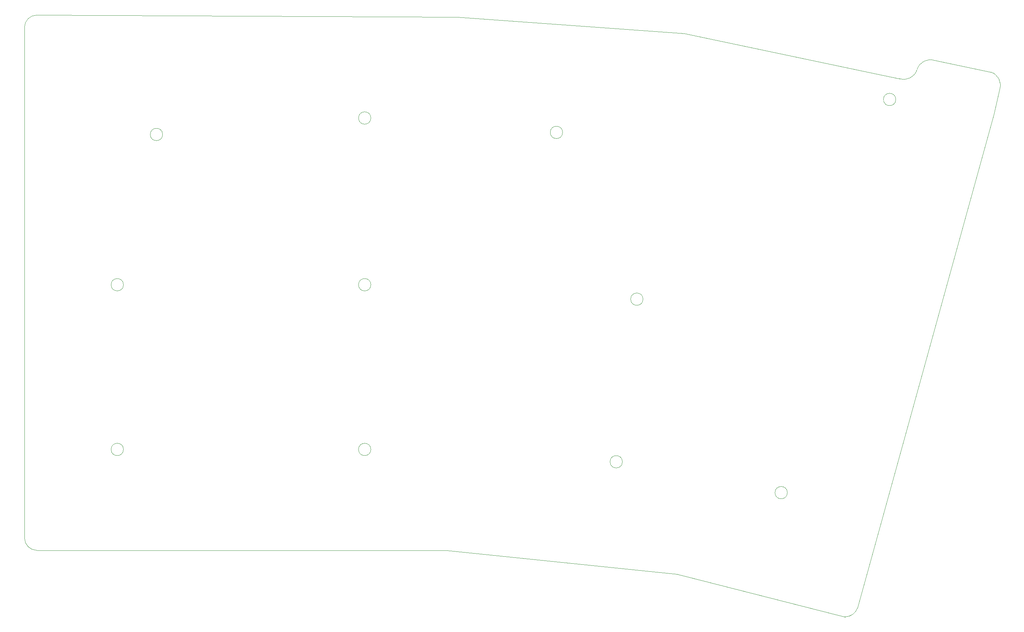
<source format=gbr>
%TF.GenerationSoftware,KiCad,Pcbnew,9.0.2*%
%TF.CreationDate,2025-07-31T22:52:32+02:00*%
%TF.ProjectId,multiboard_LEFT,6d756c74-6962-46f6-9172-645f4c454654,1.0*%
%TF.SameCoordinates,Original*%
%TF.FileFunction,Profile,NP*%
%FSLAX46Y46*%
G04 Gerber Fmt 4.6, Leading zero omitted, Abs format (unit mm)*
G04 Created by KiCad (PCBNEW 9.0.2) date 2025-07-31 22:52:32*
%MOMM*%
%LPD*%
G01*
G04 APERTURE LIST*
%TA.AperFunction,Profile*%
%ADD10C,0.050000*%
%TD*%
G04 APERTURE END LIST*
D10*
X42000000Y-17000000D02*
G75*
G02*
X45000000Y-14000000I3000000J0D01*
G01*
X144400000Y-144000000D02*
X45000000Y-144000000D01*
X192000000Y-83000000D02*
G75*
G02*
X189000000Y-83000000I-1500000J0D01*
G01*
X189000000Y-83000000D02*
G75*
G02*
X192000000Y-83000000I1500000J0D01*
G01*
X248571429Y-28280000D02*
X254221191Y-29446423D01*
X200200000Y-149800000D02*
X144400000Y-144000000D01*
X277146426Y-38048807D02*
X278491511Y-32054954D01*
X45000000Y-14000000D02*
X147000000Y-14500000D01*
X126000000Y-119500000D02*
G75*
G02*
X123000000Y-119500000I-1500000J0D01*
G01*
X123000000Y-119500000D02*
G75*
G02*
X126000000Y-119500000I1500000J0D01*
G01*
X126000000Y-79500000D02*
G75*
G02*
X123000000Y-79500000I-1500000J0D01*
G01*
X123000000Y-79500000D02*
G75*
G02*
X126000000Y-79500000I1500000J0D01*
G01*
X66000000Y-79500000D02*
G75*
G02*
X63000000Y-79500000I-1500000J0D01*
G01*
X63000000Y-79500000D02*
G75*
G02*
X66000000Y-79500000I1500000J0D01*
G01*
X45000000Y-144000000D02*
G75*
G02*
X42000000Y-141000000I0J3000000D01*
G01*
X276345085Y-27843868D02*
G75*
G02*
X278491466Y-32054939I-999985J-3162232D01*
G01*
X42000000Y-141000000D02*
X42000000Y-17000000D01*
X244000000Y-158000000D02*
G75*
G02*
X240999999Y-160162278I-3000000J1000000D01*
G01*
X258427034Y-27316426D02*
G75*
G02*
X254221191Y-29446424I-3157034J1016426D01*
G01*
X262691186Y-25020367D02*
X276345085Y-27843869D01*
X126000000Y-39000000D02*
G75*
G02*
X123000000Y-39000000I-1500000J0D01*
G01*
X123000000Y-39000000D02*
G75*
G02*
X126000000Y-39000000I1500000J0D01*
G01*
X172500000Y-42500000D02*
G75*
G02*
X169500000Y-42500000I-1500000J0D01*
G01*
X169500000Y-42500000D02*
G75*
G02*
X172500000Y-42500000I1500000J0D01*
G01*
X258427033Y-27316430D02*
X258478914Y-27166427D01*
X258478914Y-27166426D02*
G75*
G02*
X262690009Y-25019973I3162286J-999974D01*
G01*
X147000000Y-14500000D02*
X202000000Y-18500000D01*
X244000000Y-158000000D02*
X277146426Y-38048809D01*
X227000000Y-130000000D02*
G75*
G02*
X224000000Y-130000000I-1500000J0D01*
G01*
X224000000Y-130000000D02*
G75*
G02*
X227000000Y-130000000I1500000J0D01*
G01*
X253300000Y-34500000D02*
G75*
G02*
X250300000Y-34500000I-1500000J0D01*
G01*
X250300000Y-34500000D02*
G75*
G02*
X253300000Y-34500000I1500000J0D01*
G01*
X240999999Y-160162278D02*
X200200000Y-149800000D01*
X202000000Y-18500000D02*
X248571429Y-28280000D01*
X187000000Y-122500000D02*
G75*
G02*
X184000000Y-122500000I-1500000J0D01*
G01*
X184000000Y-122500000D02*
G75*
G02*
X187000000Y-122500000I1500000J0D01*
G01*
X75500000Y-43000000D02*
G75*
G02*
X72500000Y-43000000I-1500000J0D01*
G01*
X72500000Y-43000000D02*
G75*
G02*
X75500000Y-43000000I1500000J0D01*
G01*
X66000000Y-119500000D02*
G75*
G02*
X63000000Y-119500000I-1500000J0D01*
G01*
X63000000Y-119500000D02*
G75*
G02*
X66000000Y-119500000I1500000J0D01*
G01*
M02*

</source>
